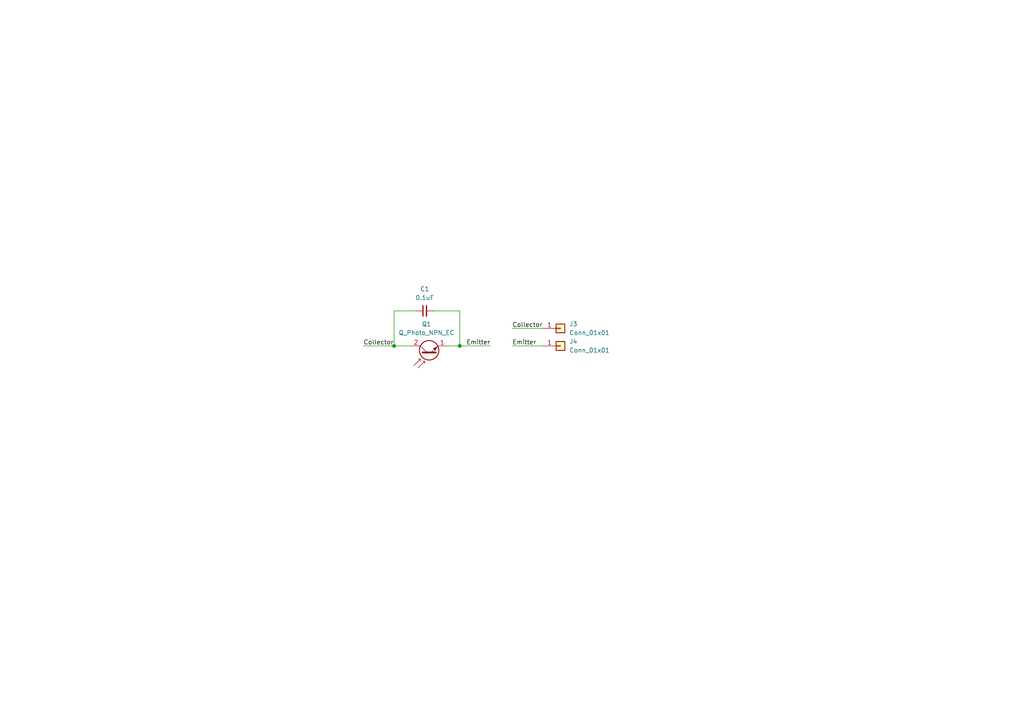
<source format=kicad_sch>
(kicad_sch (version 20250114) (generator "eeschema") (generator_version "9.0")
  (paper "A4")
  (lib_symbols
    (symbol "Connector_Generic:Conn_01x01" (pin_names (offset 1.016) (hide yes))
      (property "Reference" "J" (at 0 2.54 0))
      (property "Value" "Conn_01x01" (at 0 -2.54 0))
      (symbol "Conn_01x01_1_1"
        (rectangle (start -1.27 1.27) (end 1.27 -1.27) (stroke (width 0.254)) (fill (type background)))
        (rectangle (start -1.27 0.127) (end 0 -0.127) (stroke (width 0.1524)))
        (pin passive line (at -5.08 0 0) (length 3.81) (name "Pin_1") (number "1"))
      )
    )
    (symbol "Device:C_Small" (pin_numbers (hide yes)) (pin_names (offset 0.254) (hide yes))
      (property "Reference" "C" (at 0.254 1.778 0))
      (property "Value" "C_Small" (at 0.254 -2.032 0))
      (symbol "C_Small_0_1"
        (polyline (pts (xy -1.524 0.508) (xy 1.524 0.508)) (stroke (width 0.3048)))
        (polyline (pts (xy -1.524 -0.508) (xy 1.524 -0.508)) (stroke (width 0.3302)))
      )
      (symbol "C_Small_1_1"
        (pin passive line (at 0 2.54 270) (length 2.032) (name "~") (number "1"))
        (pin passive line (at 0 -2.54 90) (length 2.032) (name "~") (number "2"))
      )
    )
    (symbol "Device:Q_Photo_NPN_EC" (pin_names (offset 0) (hide yes))
      (property "Reference" "Q" (at 5.08 1.27 0))
      (property "Value" "Q_Photo_NPN_EC" (at 5.08 -1.27 0))
      (symbol "Q_Photo_NPN_EC_0_1"
        (polyline (pts (xy -3.81 3.175) (xy -1.905 1.27) (xy -1.905 1.905)))
        (polyline (pts (xy -3.175 4.445) (xy -1.27 2.54) (xy -1.27 3.175)))
        (polyline (pts (xy -1.905 1.27) (xy -2.54 1.27)))
        (polyline (pts (xy -1.27 2.54) (xy -1.905 2.54)))
        (polyline (pts (xy 0.635 1.905) (xy 0.635 -1.905) (xy 0.635 -1.905)) (stroke (width 0.508)))
        (polyline (pts (xy 0.635 0.635) (xy 2.54 2.54)))
        (polyline (pts (xy 0.635 -0.635) (xy 2.54 -2.54) (xy 2.54 -2.54)))
        (circle (center 1.27 0) (radius 2.8194) (stroke (width 0.254)))
        (polyline (pts (xy 1.27 -1.778) (xy 1.778 -1.27) (xy 2.286 -2.286) (xy 1.27 -1.778) (xy 1.27 -1.778)) (fill (type outline)))
      )
      (symbol "Q_Photo_NPN_EC_1_1"
        (pin passive line (at 2.54 5.08 270) (length 2.54) (name "C") (number "2"))
        (pin passive line (at 2.54 -5.08 90) (length 2.54) (name "E") (number "1"))
      )
    )
  )
  (junction (at 133.35 100.33))
  (junction (at 114.3 100.33))
  (wire (pts (xy 105.41 100.33) (xy 114.3 100.33)))
  (wire (pts (xy 133.35 100.33) (xy 142.24 100.33)))
  (wire (pts (xy 148.59 100.33) (xy 157.48 100.33)))
  (wire (pts (xy 148.59 95.25) (xy 157.48 95.25)))
  (wire (pts (xy 114.3 90.17) (xy 114.3 100.33)))
  (wire (pts (xy 125.73 90.17) (xy 133.35 90.17)))
  (wire (pts (xy 129.54 100.33) (xy 133.35 100.33)))
  (wire (pts (xy 133.35 90.17) (xy 133.35 100.33)))
  (wire (pts (xy 120.65 90.17) (xy 114.3 90.17)))
  (wire (pts (xy 119.38 100.33) (xy 114.3 100.33)))
  (label "Emitter" (at 142.24 100.33 180))
  (label "Collector" (at 105.41 100.33 0))
  (label "Collector" (at 148.59 95.25 0))
  (label "Emitter" (at 148.59 100.33 0))
  (symbol (lib_id "Connector_Generic:Conn_01x01") (at 162.56 100.33 0) (unit 1)
    (property "Reference" "J4" (at 165.1 99.0599 0) (effects (justify left)))
    (property "Value" "Conn_01x01" (at 165.1 101.5999 0) (effects (justify left)))
    (property "Footprint" "My_Footprints:pad_smd_3x4" (effects (hide yes)))
    (property "Description" "Generic connector, single row, 01x01, script generated (kicad-library-utils/schlib/autogen/connector/)" (effects (hide yes)))
  )
  (symbol (lib_id "Device:Q_Photo_NPN_EC") (at 124.46 102.87 90) (unit 1)
    (property "Reference" "Q1" (at 123.7107 93.98 90))
    (property "Value" "Q_Photo_NPN_EC" (at 123.7107 96.52 90))
    (property "Footprint" "My_Footprints:SFH-3410" (effects (hide yes)))
    (property "Description" "NPN phototransistor, emitter/collector" (effects (hide yes)))
  )
  (symbol (lib_id "Device:C_Small") (at 123.19 90.17 90) (unit 1)
    (property "Reference" "C1" (at 123.1963 83.82 90))
    (property "Value" "0.1uF" (at 123.1963 86.36 90))
    (property "Footprint" "Capacitor_SMD:C_0603_1608Metric" (effects (hide yes)))
    (property "Description" "Unpolarized capacitor, small symbol" (effects (hide yes)))
  )
  (symbol (lib_id "Connector_Generic:Conn_01x01") (at 162.56 95.25 0) (unit 1)
    (property "Reference" "J3" (at 165.1 93.9799 0) (effects (justify left)))
    (property "Value" "Conn_01x01" (at 165.1 96.5199 0) (effects (justify left)))
    (property "Footprint" "My_Footprints:pad_smd_3x4" (effects (hide yes)))
    (property "Description" "Generic connector, single row, 01x01, script generated (kicad-library-utils/schlib/autogen/connector/)" (effects (hide yes)))
  )
)
</source>
